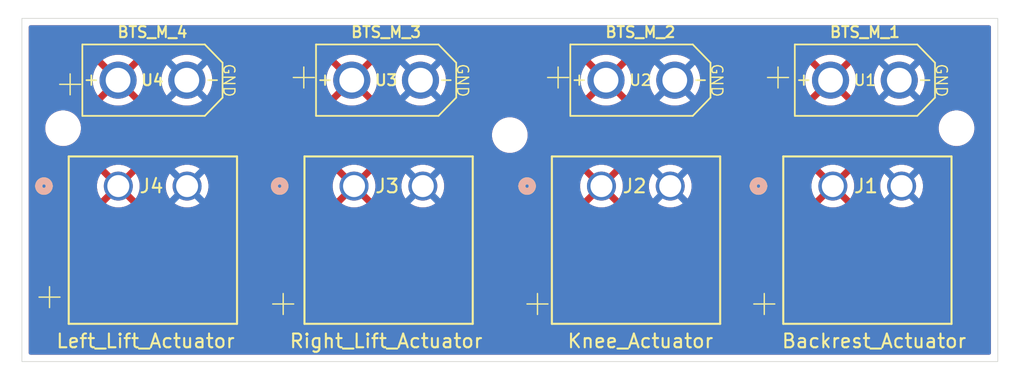
<source format=kicad_pcb>
(kicad_pcb (version 20241229) (generator "pcbnew") (generator_version "9.0")
  (layers (0 "F.Cu" signal) (2 "B.Cu" signal) (13 "F.Paste" user) (15 "B.Paste" user) (5 "F.SilkS" user "F.Silkscreen") (7 "B.SilkS" user "B.Silkscreen") (1 "F.Mask" user) (3 "B.Mask" user) (25 "Edge.Cuts" user))
  (net 0 "")
  (net 1 "GNDPWR")
  (net 2 "+24V")
  (footprint "custom_footprints:XT30UPB-M" (layer "F.Cu") (at 136.9242 60.8401)
    (property "Reference" "U1" (at 0 0 0) (layer "F.SilkS") (effects (font (size 0.8 0.8) (thickness 0.125))))
    (property "Value" "BTS_M_1" (at 0 -3.5 0) (layer "F.SilkS") (effects (font (size 0.8 0.8))))
    (fp_line (start -5.1 -2.6) (end -5.1 2.6) (stroke (width 0.127)) (layer "F.SilkS"))
    (fp_line (start -5.1 2.6) (end 3.81 2.6) (stroke (width 0.127)) (layer "F.SilkS"))
    (fp_line (start -4.8 0) (end -4.1 0) (stroke (width 0.127)) (layer "F.SilkS"))
    (fp_line (start -4.445 -0.35) (end -4.445 0.35) (stroke (width 0.127)) (layer "F.SilkS"))
    (fp_line (start 3.81 -2.6) (end -5.1 -2.6) (stroke (width 0.127)) (layer "F.SilkS"))
    (fp_line (start 3.81 2.6) (end 5.1 1.27) (stroke (width 0.127)) (layer "F.SilkS"))
    (fp_line (start 4.064 0) (end 4.699 0) (stroke (width 0.127)) (layer "F.SilkS"))
    (fp_line (start 5.1 -1.27) (end 3.81 -2.6) (stroke (width 0.127)) (layer "F.SilkS"))
    (fp_line (start 5.1 1.27) (end 5.1 -1.27) (stroke (width 0.127)) (layer "F.SilkS"))
    (pad "P$1" thru_hole circle (at -2.5 0) (size 2.7 2.7) (drill 1.8) (layers "*.Cu" "*.Mask") (net 2 "+24V"))
    (pad "P$2" thru_hole circle (at 2.5 0) (size 2.7 2.7) (drill 1.8) (layers "*.Cu" "*.Mask") (net 1 "GNDPWR"))
  )
  (footprint "custom_footprints:CONN_395224002_MOL" (layer "F.Cu") (at 117.7572 68.5555)
    (property "Reference" "J2" (at 2.413 0 0) (layer "F.SilkS"))
    (property "Value" "Knee_Actuator" (at 2.8335 11.2846 0) (layer "F.SilkS"))
    (fp_line (start -3.6068 -2.159) (end -3.6068 10.033) (stroke (width 0.1524)) (layer "F.SilkS"))
    (fp_line (start -3.6068 10.033) (end 8.636 10.033) (stroke (width 0.1524)) (layer "F.SilkS"))
    (fp_line (start 8.636 -2.159) (end -3.6068 -2.159) (stroke (width 0.1524)) (layer "F.SilkS"))
    (fp_line (start 8.636 10.033) (end 8.636 -2.159) (stroke (width 0.1524)) (layer "F.SilkS"))
    (fp_arc (start -5.7912 0) (mid -5.4102 -0.381) (end -5.0292 0) (stroke (width 0.508)) (layer "F.SilkS"))
    (fp_arc (start -5.0292 0) (mid -5.4102 0.381) (end -5.7912 0) (stroke (width 0.508)) (layer "F.SilkS"))
    (fp_arc (start -5.7912 0) (mid -5.4102 -0.381) (end -5.0292 0) (stroke (width 0.508)) (layer "B.SilkS"))
    (fp_arc (start -5.0292 0) (mid -5.4102 0.381) (end -5.7912 0) (stroke (width 0.508)) (layer "B.SilkS"))
    (pad "1" thru_hole circle (at 0 0) (size 2.1082 2.1082) (drill 1.6002) (layers "*.Cu" "*.Mask") (net 2 "+24V"))
    (pad "2" thru_hole circle (at 5.0038 0) (size 2.1082 2.1082) (drill 1.6002) (layers "*.Cu" "*.Mask") (net 1 "GNDPWR"))
  )
  (footprint "custom_footprints:CONN_395224002_MOL" (layer "F.Cu") (at 99.7572 68.5555)
    (property "Reference" "J3" (at 2.413 0 0) (layer "F.SilkS"))
    (property "Value" "Right_Lift_Actuator" (at 2.3335 11.2846 0) (layer "F.SilkS"))
    (fp_line (start -3.6068 -2.159) (end -3.6068 10.033) (stroke (width 0.1524)) (layer "F.SilkS"))
    (fp_line (start -3.6068 10.033) (end 8.636 10.033) (stroke (width 0.1524)) (layer "F.SilkS"))
    (fp_line (start 8.636 -2.159) (end -3.6068 -2.159) (stroke (width 0.1524)) (layer "F.SilkS"))
    (fp_line (start 8.636 10.033) (end 8.636 -2.159) (stroke (width 0.1524)) (layer "F.SilkS"))
    (fp_arc (start -5.7912 0) (mid -5.4102 -0.381) (end -5.0292 0) (stroke (width 0.508)) (layer "F.SilkS"))
    (fp_arc (start -5.0292 0) (mid -5.4102 0.381) (end -5.7912 0) (stroke (width 0.508)) (layer "F.SilkS"))
    (fp_arc (start -5.7912 0) (mid -5.4102 -0.381) (end -5.0292 0) (stroke (width 0.508)) (layer "B.SilkS"))
    (fp_arc (start -5.0292 0) (mid -5.4102 0.381) (end -5.7912 0) (stroke (width 0.508)) (layer "B.SilkS"))
    (pad "1" thru_hole circle (at 0 0) (size 2.1082 2.1082) (drill 1.6002) (layers "*.Cu" "*.Mask") (net 2 "+24V"))
    (pad "2" thru_hole circle (at 5.0038 0) (size 2.1082 2.1082) (drill 1.6002) (layers "*.Cu" "*.Mask") (net 1 "GNDPWR"))
  )
  (footprint "custom_footprints:XT30UPB-M" (layer "F.Cu") (at 120.5907 60.8401)
    (property "Reference" "U2" (at 0 0 0) (layer "F.SilkS") (effects (font (size 0.8 0.8) (thickness 0.125))))
    (property "Value" "BTS_M_2" (at 0 -3.5 0) (layer "F.SilkS") (effects (font (size 0.8 0.8))))
    (fp_line (start -5.1 -2.6) (end -5.1 2.6) (stroke (width 0.127)) (layer "F.SilkS"))
    (fp_line (start -5.1 2.6) (end 3.81 2.6) (stroke (width 0.127)) (layer "F.SilkS"))
    (fp_line (start -4.8 0) (end -4.1 0) (stroke (width 0.127)) (layer "F.SilkS"))
    (fp_line (start -4.445 -0.35) (end -4.445 0.35) (stroke (width 0.127)) (layer "F.SilkS"))
    (fp_line (start 3.81 -2.6) (end -5.1 -2.6) (stroke (width 0.127)) (layer "F.SilkS"))
    (fp_line (start 3.81 2.6) (end 5.1 1.27) (stroke (width 0.127)) (layer "F.SilkS"))
    (fp_line (start 4.064 0) (end 4.699 0) (stroke (width 0.127)) (layer "F.SilkS"))
    (fp_line (start 5.1 -1.27) (end 3.81 -2.6) (stroke (width 0.127)) (layer "F.SilkS"))
    (fp_line (start 5.1 1.27) (end 5.1 -1.27) (stroke (width 0.127)) (layer "F.SilkS"))
    (pad "P$1" thru_hole circle (at -2.5 0) (size 2.7 2.7) (drill 1.8) (layers "*.Cu" "*.Mask") (net 2 "+24V"))
    (pad "P$2" thru_hole circle (at 2.5 0) (size 2.7 2.7) (drill 1.8) (layers "*.Cu" "*.Mask") (net 1 "GNDPWR"))
  )
  (footprint "MountingHole:MountingHole_2.1mm" (layer "F.Cu") (at 143.5907 64.3401 -90)
    (property "Reference" "REF1" (hide yes))
    (property "Value" "screw")
    (pad "" np_thru_hole circle (at 0 0 270) (size 2.1 2.1) (drill 2.1) (layers "*.Cu" "*.Mask"))
  )
  (footprint "MountingHole:MountingHole_2.1mm" (layer "F.Cu") (at 78.5907 64.3401 -90)
    (property "Reference" "REF3" (hide yes))
    (property "Value" "screw")
    (pad "" np_thru_hole circle (at 0 0 270) (size 2.1 2.1) (drill 2.1) (layers "*.Cu" "*.Mask"))
  )
  (footprint "custom_footprints:XT30UPB-M" (layer "F.Cu") (at 85.0907 60.8401)
    (property "Reference" "U4" (at 0 0 0) (layer "F.SilkS") (effects (font (size 0.8 0.8))))
    (property "Value" "BTS_M_4" (at 0 -3.5 0) (layer "F.SilkS") (effects (font (size 0.8 0.8))))
    (fp_line (start -5.1 -2.6) (end -5.1 2.6) (stroke (width 0.127)) (layer "F.SilkS"))
    (fp_line (start -5.1 2.6) (end 3.81 2.6) (stroke (width 0.127)) (layer "F.SilkS"))
    (fp_line (start -4.8 0) (end -4.1 0) (stroke (width 0.127)) (layer "F.SilkS"))
    (fp_line (start -4.445 -0.35) (end -4.445 0.35) (stroke (width 0.127)) (layer "F.SilkS"))
    (fp_line (start 3.81 -2.6) (end -5.1 -2.6) (stroke (width 0.127)) (layer "F.SilkS"))
    (fp_line (start 3.81 2.6) (end 5.1 1.27) (stroke (width 0.127)) (layer "F.SilkS"))
    (fp_line (start 4.064 0) (end 4.699 0) (stroke (width 0.127)) (layer "F.SilkS"))
    (fp_line (start 5.1 -1.27) (end 3.81 -2.6) (stroke (width 0.127)) (layer "F.SilkS"))
    (fp_line (start 5.1 1.27) (end 5.1 -1.27) (stroke (width 0.127)) (layer "F.SilkS"))
    (pad "P$1" thru_hole circle (at -2.5 0) (size 2.7 2.7) (drill 1.8) (layers "*.Cu" "*.Mask") (net 2 "+24V"))
    (pad "P$2" thru_hole circle (at 2.5 0) (size 2.7 2.7) (drill 1.8) (layers "*.Cu" "*.Mask") (net 1 "GNDPWR"))
  )
  (footprint "MountingHole:MountingHole_2.1mm" (layer "F.Cu") (at 111.0907 64.8401 -90)
    (property "Reference" "REF2" (hide yes))
    (property "Value" "screw")
    (pad "" np_thru_hole circle (at 0 0 270) (size 2.1 2.1) (drill 2.1) (layers "*.Cu" "*.Mask"))
  )
  (footprint "custom_footprints:XT30UPB-M" (layer "F.Cu") (at 102.0907 60.8401)
    (property "Reference" "U3" (at 0 0 0) (layer "F.SilkS") (effects (font (size 0.8 0.8))))
    (property "Value" "BTS_M_3" (at 0 -3.5 0) (layer "F.SilkS") (effects (font (size 0.8 0.8))))
    (fp_line (start -5.1 -2.6) (end -5.1 2.6) (stroke (width 0.127)) (layer "F.SilkS"))
    (fp_line (start -5.1 2.6) (end 3.81 2.6) (stroke (width 0.127)) (layer "F.SilkS"))
    (fp_line (start -4.8 0) (end -4.1 0) (stroke (width 0.127)) (layer "F.SilkS"))
    (fp_line (start -4.445 -0.35) (end -4.445 0.35) (stroke (width 0.127)) (layer "F.SilkS"))
    (fp_line (start 3.81 -2.6) (end -5.1 -2.6) (stroke (width 0.127)) (layer "F.SilkS"))
    (fp_line (start 3.81 2.6) (end 5.1 1.27) (stroke (width 0.127)) (layer "F.SilkS"))
    (fp_line (start 4.064 0) (end 4.699 0) (stroke (width 0.127)) (layer "F.SilkS"))
    (fp_line (start 5.1 -1.27) (end 3.81 -2.6) (stroke (width 0.127)) (layer "F.SilkS"))
    (fp_line (start 5.1 1.27) (end 5.1 -1.27) (stroke (width 0.127)) (layer "F.SilkS"))
    (pad "P$1" thru_hole circle (at -2.5 0) (size 2.7 2.7) (drill 1.8) (layers "*.Cu" "*.Mask") (net 2 "+24V"))
    (pad "P$2" thru_hole circle (at 2.5 0) (size 2.7 2.7) (drill 1.8) (layers "*.Cu" "*.Mask") (net 1 "GNDPWR"))
  )
  (footprint "custom_footprints:CONN_395224002_MOL" (layer "F.Cu") (at 82.608 68.5555)
    (property "Reference" "J4" (at 2.413 0 0) (layer "F.SilkS"))
    (property "Value" "Left_Lift_Actuator" (at 1.9827 11.2846 0) (layer "F.SilkS"))
    (fp_line (start -3.6068 -2.159) (end -3.6068 10.033) (stroke (width 0.1524)) (layer "F.SilkS"))
    (fp_line (start -3.6068 10.033) (end 8.636 10.033) (stroke (width 0.1524)) (layer "F.SilkS"))
    (fp_line (start 8.636 -2.159) (end -3.6068 -2.159) (stroke (width 0.1524)) (layer "F.SilkS"))
    (fp_line (start 8.636 10.033) (end 8.636 -2.159) (stroke (width 0.1524)) (layer "F.SilkS"))
    (fp_arc (start -5.7912 0) (mid -5.4102 -0.381) (end -5.0292 0) (stroke (width 0.508)) (layer "F.SilkS"))
    (fp_arc (start -5.0292 0) (mid -5.4102 0.381) (end -5.7912 0) (stroke (width 0.508)) (layer "F.SilkS"))
    (fp_arc (start -5.7912 0) (mid -5.4102 -0.381) (end -5.0292 0) (stroke (width 0.508)) (layer "B.SilkS"))
    (fp_arc (start -5.0292 0) (mid -5.4102 0.381) (end -5.7912 0) (stroke (width 0.508)) (layer "B.SilkS"))
    (pad "1" thru_hole circle (at 0 0) (size 2.1082 2.1082) (drill 1.6002) (layers "*.Cu" "*.Mask") (net 2 "+24V"))
    (pad "2" thru_hole circle (at 5.0038 0) (size 2.1082 2.1082) (drill 1.6002) (layers "*.Cu" "*.Mask") (net 1 "GNDPWR"))
  )
  (footprint "custom_footprints:CONN_395224002_MOL" (layer "F.Cu") (at 134.5907 68.5555)
    (property "Reference" "J1" (at 2.413 0 0) (layer "F.SilkS"))
    (property "Value" "Backrest_Actuator" (at 3 11.2846 0) (layer "F.SilkS"))
    (fp_line (start -3.6068 -2.159) (end -3.6068 10.033) (stroke (width 0.1524)) (layer "F.SilkS"))
    (fp_line (start -3.6068 10.033) (end 8.636 10.033) (stroke (width 0.1524)) (layer "F.SilkS"))
    (fp_line (start 8.636 -2.159) (end -3.6068 -2.159) (stroke (width 0.1524)) (layer "F.SilkS"))
    (fp_line (start 8.636 10.033) (end 8.636 -2.159) (stroke (width 0.1524)) (layer "F.SilkS"))
    (fp_arc (start -5.7912 0) (mid -5.4102 -0.381) (end -5.0292 0) (stroke (width 0.508)) (layer "F.SilkS"))
    (fp_arc (start -5.0292 0) (mid -5.4102 0.381) (end -5.7912 0) (stroke (width 0.508)) (layer "F.SilkS"))
    (fp_arc (start -5.7912 0) (mid -5.4102 -0.381) (end -5.0292 0) (stroke (width 0.508)) (layer "B.SilkS"))
    (fp_arc (start -5.0292 0) (mid -5.4102 0.381) (end -5.7912 0) (stroke (width 0.508)) (layer "B.SilkS"))
    (pad "1" thru_hole circle (at 0 0) (size 2.1082 2.1082) (drill 1.6002) (layers "*.Cu" "*.Mask") (net 2 "+24V"))
    (pad "2" thru_hole circle (at 5.0038 0) (size 2.1082 2.1082) (drill 1.6002) (layers "*.Cu" "*.Mask") (net 1 "GNDPWR"))
  )
  (gr_rect (start 75.5907 56.3401) (end 146.5907 81.3401) (stroke (width 0.05)) (fill no) (layer "Edge.Cuts"))
  (gr_text "+" (at 93.5907 75.8401 270) (layer "F.SilkS") (effects (font (size 2 2) (thickness 0.1)) (justify left bottom)))
  (gr_text "+" (at 95.0907 59.3401 270) (layer "F.SilkS") (effects (font (size 2 2) (thickness 0.1)) (justify left bottom)))
  (gr_text "+" (at 76.5907 75.3401 270) (layer "F.SilkS") (effects (font (size 2 2) (thickness 0.1)) (justify left bottom)))
  (gr_text "+" (at 129.5907 59.3401 270) (layer "F.SilkS") (effects (font (size 2 2) (thickness 0.1)) (justify left bottom)))
  (gr_text "GND" (at 107.1907 59.5701 270) (layer "F.SilkS") (effects (font (size 0.8 0.8) (thickness 0.1)) (justify left bottom)))
  (gr_text "GND" (at 90.1907 59.5701 270) (layer "F.SilkS") (effects (font (size 0.8 0.8) (thickness 0.1)) (justify left bottom)))
  (gr_text "+" (at 128.5907 75.8401 270) (layer "F.SilkS") (effects (font (size 2 2) (thickness 0.1)) (justify left bottom)))
  (gr_text "+" (at 112.0907 75.8401 270) (layer "F.SilkS") (effects (font (size 2 2) (thickness 0.1)) (justify left bottom)))
  (gr_text "GND" (at 142.0242 59.5701 270) (layer "F.SilkS") (effects (font (size 0.8 0.8) (thickness 0.1)) (justify left bottom)))
  (gr_text "+" (at 113.5907 59.3401 270) (layer "F.SilkS") (effects (font (size 2 2) (thickness 0.1)) (justify left bottom)))
  (gr_text "+" (at 78.0907 59.8401 270) (layer "F.SilkS") (effects (font (size 2 2) (thickness 0.1)) (justify left bottom)))
  (gr_text "GND" (at 125.6907 59.5701 270) (layer "F.SilkS") (effects (font (size 0.8 0.8) (thickness 0.1)) (justify left bottom)))
  (segment (start 139.4242 68.3852) (end 139.5945 68.5555) (width 0.2) (layer "F.Cu") (net 1))
  (segment (start 87.5907 68.5344) (end 87.6118 68.5555) (width 0.2) (layer "F.Cu") (net 1))
  (segment (start 123.0907 68.2258) (end 122.761 68.5555) (width 0.2) (layer "F.Cu") (net 1))
  (segment (start 104.5907 68.3852) (end 104.761 68.5555) (width 0.2) (layer "F.Cu") (net 1))
  (segment (start 134.4242 68.389) (end 134.5907 68.5555) (width 0.2) (layer "F.Cu") (net 2))
  (segment (start 82.5907 68.5382) (end 82.608 68.5555) (width 0.2) (layer "F.Cu") (net 2))
  (segment (start 99.5907 68.389) (end 99.7572 68.5555) (width 0.2) (layer "F.Cu") (net 2))
  (segment (start 118.0907 68.222) (end 117.7572 68.5555) (width 0.2) (layer "F.Cu") (net 2))
  (zone (net 2) (net_name "+24V") (layer "F.Cu") (name "24V_TOP") (connect_pads (clearance 0.5)) (min_thickness 0.25) (fill yes (thermal_gap 0.5) (thermal_bridge_width 0.5))
    (polygon (pts (xy 74 55) (xy 148.5 55) (xy 148.5 83.5) (xy 74 83.5)))
  )
  (zone (net 1) (net_name "GNDPWR") (layer "B.Cu") (name "GND_Bottom") (priority 1) (connect_pads (clearance 0.5)) (min_thickness 0.25) (fill yes (thermal_gap 0.5) (thermal_bridge_width 0.5))
    (polygon (pts (xy 74.5 55.5) (xy 147.5 55.5) (xy 147.5 82) (xy 74.5 82)))
  )
)
</source>
